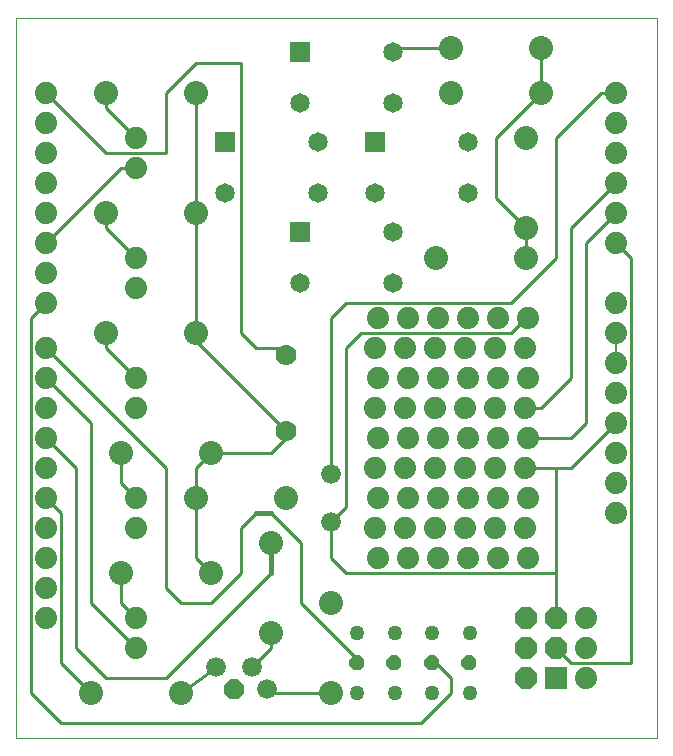
<source format=gtl>
G75*
%MOIN*%
%OFA0B0*%
%FSLAX24Y24*%
%IPPOS*%
%LPD*%
%AMOC8*
5,1,8,0,0,1.08239X$1,22.5*
%
%ADD10C,0.0000*%
%ADD11C,0.0740*%
%ADD12C,0.0800*%
%ADD13C,0.0700*%
%ADD14R,0.0650X0.0650*%
%ADD15C,0.0650*%
%ADD16OC8,0.0500*%
%ADD17C,0.0500*%
%ADD18C,0.0660*%
%ADD19R,0.0740X0.0740*%
%ADD20OC8,0.0740*%
%ADD21OC8,0.0660*%
%ADD22C,0.0100*%
%ADD23C,0.0060*%
%ADD24C,0.0160*%
D10*
X010333Y007000D02*
X010333Y030996D01*
X031703Y030996D01*
X031703Y007000D01*
X010333Y007000D01*
D11*
X014333Y010000D03*
X014333Y011000D03*
X011333Y011000D03*
X011333Y012000D03*
X011333Y013000D03*
X011333Y014000D03*
X011333Y015000D03*
X011333Y016000D03*
X011333Y017000D03*
X011333Y018000D03*
X011333Y019000D03*
X011333Y020000D03*
X011333Y021500D03*
X011333Y022500D03*
X011333Y023500D03*
X011333Y024500D03*
X011333Y025500D03*
X011333Y026500D03*
X011333Y027500D03*
X011333Y028500D03*
X014333Y027000D03*
X014333Y026000D03*
X014333Y023000D03*
X014333Y022000D03*
X014333Y019000D03*
X014333Y018000D03*
X014333Y015000D03*
X014333Y014000D03*
X022283Y014000D03*
X023283Y014000D03*
X024283Y014000D03*
X025283Y014000D03*
X026283Y014000D03*
X027283Y014000D03*
X027383Y015000D03*
X026383Y015000D03*
X025383Y015000D03*
X024383Y015000D03*
X023383Y015000D03*
X022383Y015000D03*
X022283Y016000D03*
X023283Y016000D03*
X024283Y016000D03*
X025283Y016000D03*
X026283Y016000D03*
X027283Y016000D03*
X027383Y017000D03*
X026383Y017000D03*
X025383Y017000D03*
X024383Y017000D03*
X023383Y017000D03*
X022383Y017000D03*
X022283Y018000D03*
X023283Y018000D03*
X024283Y018000D03*
X025283Y018000D03*
X026283Y018000D03*
X027283Y018000D03*
X027383Y019000D03*
X026383Y019000D03*
X025383Y019000D03*
X024383Y019000D03*
X023383Y019000D03*
X022383Y019000D03*
X022283Y020000D03*
X023283Y020000D03*
X024283Y020000D03*
X025283Y020000D03*
X026283Y020000D03*
X027283Y020000D03*
X027383Y021000D03*
X026383Y021000D03*
X025383Y021000D03*
X024383Y021000D03*
X023383Y021000D03*
X022383Y021000D03*
X030333Y020500D03*
X030333Y019500D03*
X030333Y018500D03*
X030333Y017500D03*
X030333Y016500D03*
X030333Y015500D03*
X030333Y014500D03*
X027383Y013000D03*
X026383Y013000D03*
X025383Y013000D03*
X024383Y013000D03*
X023383Y013000D03*
X022383Y013000D03*
X029333Y011000D03*
X029333Y010000D03*
X029333Y009000D03*
X030333Y021500D03*
X030333Y023500D03*
X030333Y024500D03*
X030333Y025500D03*
X030333Y026500D03*
X030333Y027500D03*
X030333Y028500D03*
D12*
X027833Y028500D03*
X027833Y030000D03*
X024833Y030000D03*
X024833Y028500D03*
X027333Y027000D03*
X027333Y024000D03*
X027333Y023000D03*
X024333Y023000D03*
X016333Y024500D03*
X013333Y024500D03*
X013333Y020500D03*
X016333Y020500D03*
X016833Y016500D03*
X016333Y015000D03*
X013833Y016500D03*
X018833Y013500D03*
X016833Y012500D03*
X018833Y010500D03*
X020833Y011500D03*
X020833Y008500D03*
X015833Y008500D03*
X012833Y008500D03*
X013833Y012500D03*
X019333Y015000D03*
X016333Y028500D03*
X013333Y028500D03*
D13*
X019333Y019780D03*
X019333Y017220D03*
D14*
X019783Y023850D03*
X017283Y026850D03*
X019783Y029850D03*
X022283Y026850D03*
D15*
X022883Y028150D03*
X022883Y029850D03*
X019783Y028150D03*
X020383Y026850D03*
X020383Y025150D03*
X022283Y025150D03*
X022883Y023850D03*
X022883Y022150D03*
X019783Y022150D03*
X017283Y025150D03*
X025383Y025150D03*
X025383Y026850D03*
D16*
X025433Y009500D03*
X024203Y009500D03*
X022933Y009500D03*
X021703Y009500D03*
D17*
X021703Y008500D03*
X022963Y008500D03*
X024203Y008500D03*
X025463Y008500D03*
X025463Y010500D03*
X024203Y010500D03*
X022963Y010500D03*
X021703Y010500D03*
D18*
X018683Y008619D03*
X018183Y009381D03*
X016983Y009381D03*
X020833Y014213D03*
X020833Y015787D03*
D19*
X028333Y009000D03*
D20*
X027333Y009000D03*
X027333Y010000D03*
X028333Y010000D03*
X028333Y011000D03*
X027333Y011000D03*
D21*
X017583Y008619D03*
D22*
X016983Y009381D02*
X015833Y008500D01*
X015333Y009000D02*
X018833Y012500D01*
X017833Y012500D02*
X016833Y011500D01*
X015833Y011500D01*
X015333Y012000D01*
X015333Y016000D01*
X011333Y020000D01*
X011333Y019000D02*
X012833Y017500D01*
X012833Y011500D01*
X014333Y010000D01*
X014333Y011000D02*
X013833Y011500D01*
X013833Y012500D01*
X016333Y013000D02*
X016833Y012500D01*
X016333Y013000D02*
X016333Y015000D01*
X016333Y016000D01*
X016833Y016500D01*
X018833Y016500D01*
X019333Y017000D01*
X019333Y017220D01*
X016333Y020220D01*
X016333Y020500D01*
X016333Y024500D01*
X016333Y028500D01*
X016333Y029500D02*
X015333Y028500D01*
X015333Y026500D01*
X013333Y026500D01*
X011333Y028500D01*
X013333Y028500D02*
X013333Y028000D01*
X014333Y027000D01*
X014333Y026000D02*
X013833Y026000D01*
X011333Y023500D01*
X013333Y024000D02*
X013333Y024500D01*
X013333Y024000D02*
X014333Y023000D01*
X011333Y021500D02*
X010833Y021000D01*
X010833Y008500D01*
X011833Y007500D01*
X023833Y007500D01*
X024833Y008500D01*
X024833Y009000D01*
X024333Y009500D01*
X021703Y009630D02*
X019833Y011500D01*
X019833Y013500D01*
X018833Y014500D01*
X018333Y014500D02*
X017833Y014000D01*
X017833Y012500D01*
X018833Y010500D02*
X018833Y010000D01*
X018183Y009381D01*
X018683Y008619D02*
X018833Y008500D01*
X020833Y008500D01*
X021333Y012500D02*
X028333Y012500D01*
X028333Y016000D01*
X027283Y016000D01*
X028833Y016000D01*
X030333Y017500D01*
X029333Y017500D02*
X028833Y017000D01*
X027383Y017000D01*
X027283Y018000D02*
X027833Y018000D01*
X028833Y019000D01*
X028833Y024000D01*
X030333Y025500D01*
X030333Y024500D02*
X029333Y023500D01*
X029333Y017500D01*
X026833Y020500D02*
X021833Y020500D01*
X021333Y020000D01*
X021333Y014713D01*
X020833Y014213D01*
X020833Y013000D01*
X021333Y012500D01*
X020833Y015787D02*
X020833Y021000D01*
X021333Y021500D01*
X026833Y021500D01*
X028333Y023000D01*
X028333Y027000D01*
X029833Y028500D01*
X030333Y028500D01*
X027833Y028500D02*
X026333Y027000D01*
X026333Y025000D01*
X027333Y024000D01*
X027333Y023000D01*
X027333Y021000D02*
X026833Y020500D01*
X027333Y021000D02*
X027383Y021000D01*
X030333Y023500D02*
X030833Y023000D01*
X030833Y009500D01*
X028833Y009500D01*
X028333Y010000D01*
X028333Y011000D02*
X028333Y012500D01*
X019333Y019780D02*
X019113Y020000D01*
X018333Y020000D01*
X017833Y020500D01*
X017833Y029500D01*
X016333Y029500D01*
X022833Y030000D02*
X022883Y029850D01*
X022833Y030000D02*
X024833Y030000D01*
X027833Y030000D02*
X027833Y028500D01*
X025333Y027000D02*
X025383Y026850D01*
X014333Y019000D02*
X013333Y020000D01*
X013333Y020500D01*
X011333Y017000D02*
X012333Y016000D01*
X012333Y010000D01*
X013333Y009000D01*
X015333Y009000D01*
X012833Y008500D02*
X011833Y009500D01*
X011833Y014500D01*
X011333Y015000D01*
X013833Y015500D02*
X014333Y015000D01*
X013833Y015500D02*
X013833Y016500D01*
X016833Y016500D02*
X017333Y016500D01*
D23*
X024203Y009500D02*
X024333Y009500D01*
X030333Y019500D02*
X030333Y020500D01*
D24*
X018833Y014500D02*
X018333Y014500D01*
X018833Y013500D02*
X018833Y012500D01*
X021703Y009630D02*
X021703Y009500D01*
M02*

</source>
